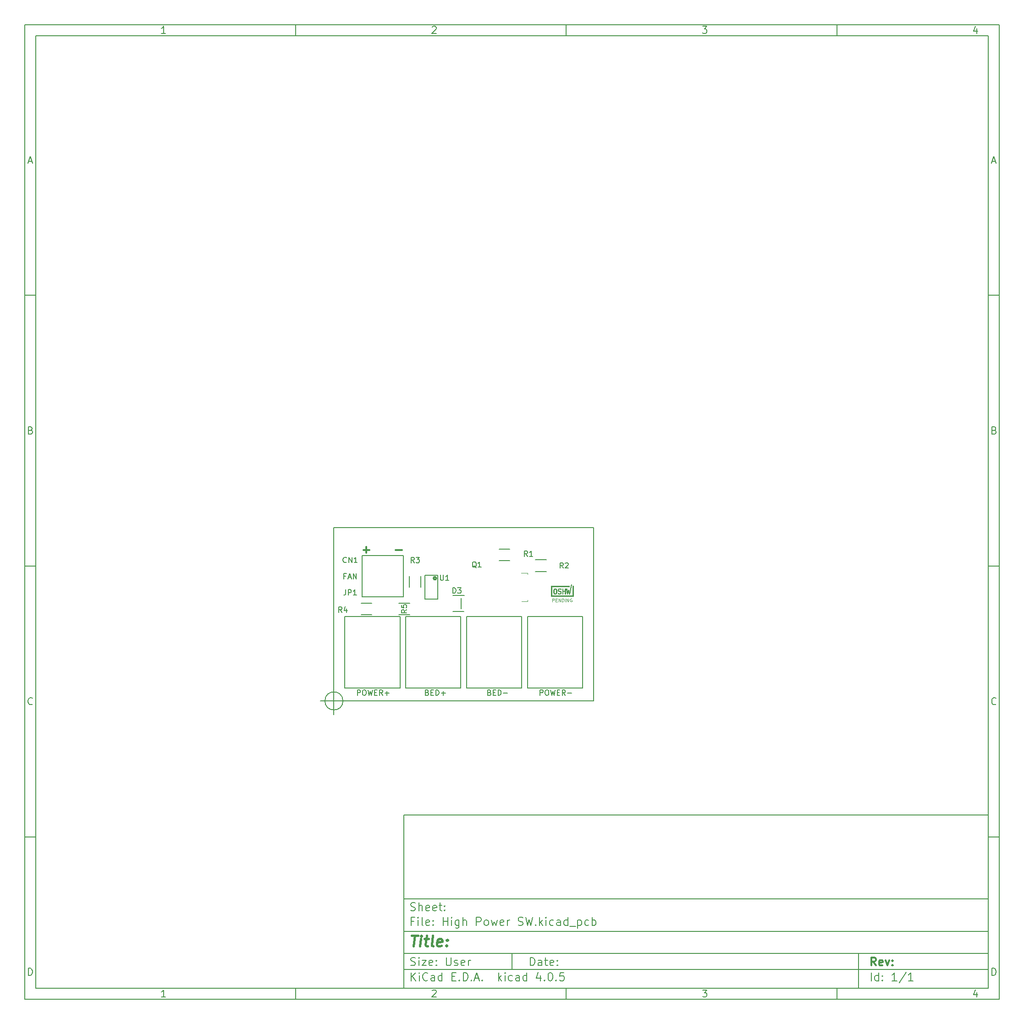
<source format=gbr>
G04 #@! TF.FileFunction,Legend,Top*
%FSLAX46Y46*%
G04 Gerber Fmt 4.6, Leading zero omitted, Abs format (unit mm)*
G04 Created by KiCad (PCBNEW 4.0.5) date 02/13/17 16:09:42*
%MOMM*%
%LPD*%
G01*
G04 APERTURE LIST*
%ADD10C,0.100000*%
%ADD11C,0.150000*%
%ADD12C,0.300000*%
%ADD13C,0.400000*%
%ADD14C,0.120000*%
%ADD15C,0.002540*%
%ADD16C,0.080000*%
G04 APERTURE END LIST*
D10*
D11*
X79999600Y-155999600D02*
X79999600Y-187999600D01*
X187999600Y-187999600D01*
X187999600Y-155999600D01*
X79999600Y-155999600D01*
D10*
D11*
X10000000Y-10000000D02*
X10000000Y-189999600D01*
X189999600Y-189999600D01*
X189999600Y-10000000D01*
X10000000Y-10000000D01*
D10*
D11*
X12000000Y-12000000D02*
X12000000Y-187999600D01*
X187999600Y-187999600D01*
X187999600Y-12000000D01*
X12000000Y-12000000D01*
D10*
D11*
X60000000Y-12000000D02*
X60000000Y-10000000D01*
D10*
D11*
X110000000Y-12000000D02*
X110000000Y-10000000D01*
D10*
D11*
X160000000Y-12000000D02*
X160000000Y-10000000D01*
D10*
D11*
X35990476Y-11588095D02*
X35247619Y-11588095D01*
X35619048Y-11588095D02*
X35619048Y-10288095D01*
X35495238Y-10473810D01*
X35371429Y-10597619D01*
X35247619Y-10659524D01*
D10*
D11*
X85247619Y-10411905D02*
X85309524Y-10350000D01*
X85433333Y-10288095D01*
X85742857Y-10288095D01*
X85866667Y-10350000D01*
X85928571Y-10411905D01*
X85990476Y-10535714D01*
X85990476Y-10659524D01*
X85928571Y-10845238D01*
X85185714Y-11588095D01*
X85990476Y-11588095D01*
D10*
D11*
X135185714Y-10288095D02*
X135990476Y-10288095D01*
X135557143Y-10783333D01*
X135742857Y-10783333D01*
X135866667Y-10845238D01*
X135928571Y-10907143D01*
X135990476Y-11030952D01*
X135990476Y-11340476D01*
X135928571Y-11464286D01*
X135866667Y-11526190D01*
X135742857Y-11588095D01*
X135371429Y-11588095D01*
X135247619Y-11526190D01*
X135185714Y-11464286D01*
D10*
D11*
X185866667Y-10721429D02*
X185866667Y-11588095D01*
X185557143Y-10226190D02*
X185247619Y-11154762D01*
X186052381Y-11154762D01*
D10*
D11*
X60000000Y-187999600D02*
X60000000Y-189999600D01*
D10*
D11*
X110000000Y-187999600D02*
X110000000Y-189999600D01*
D10*
D11*
X160000000Y-187999600D02*
X160000000Y-189999600D01*
D10*
D11*
X35990476Y-189587695D02*
X35247619Y-189587695D01*
X35619048Y-189587695D02*
X35619048Y-188287695D01*
X35495238Y-188473410D01*
X35371429Y-188597219D01*
X35247619Y-188659124D01*
D10*
D11*
X85247619Y-188411505D02*
X85309524Y-188349600D01*
X85433333Y-188287695D01*
X85742857Y-188287695D01*
X85866667Y-188349600D01*
X85928571Y-188411505D01*
X85990476Y-188535314D01*
X85990476Y-188659124D01*
X85928571Y-188844838D01*
X85185714Y-189587695D01*
X85990476Y-189587695D01*
D10*
D11*
X135185714Y-188287695D02*
X135990476Y-188287695D01*
X135557143Y-188782933D01*
X135742857Y-188782933D01*
X135866667Y-188844838D01*
X135928571Y-188906743D01*
X135990476Y-189030552D01*
X135990476Y-189340076D01*
X135928571Y-189463886D01*
X135866667Y-189525790D01*
X135742857Y-189587695D01*
X135371429Y-189587695D01*
X135247619Y-189525790D01*
X135185714Y-189463886D01*
D10*
D11*
X185866667Y-188721029D02*
X185866667Y-189587695D01*
X185557143Y-188225790D02*
X185247619Y-189154362D01*
X186052381Y-189154362D01*
D10*
D11*
X10000000Y-60000000D02*
X12000000Y-60000000D01*
D10*
D11*
X10000000Y-110000000D02*
X12000000Y-110000000D01*
D10*
D11*
X10000000Y-160000000D02*
X12000000Y-160000000D01*
D10*
D11*
X10690476Y-35216667D02*
X11309524Y-35216667D01*
X10566667Y-35588095D02*
X11000000Y-34288095D01*
X11433333Y-35588095D01*
D10*
D11*
X11092857Y-84907143D02*
X11278571Y-84969048D01*
X11340476Y-85030952D01*
X11402381Y-85154762D01*
X11402381Y-85340476D01*
X11340476Y-85464286D01*
X11278571Y-85526190D01*
X11154762Y-85588095D01*
X10659524Y-85588095D01*
X10659524Y-84288095D01*
X11092857Y-84288095D01*
X11216667Y-84350000D01*
X11278571Y-84411905D01*
X11340476Y-84535714D01*
X11340476Y-84659524D01*
X11278571Y-84783333D01*
X11216667Y-84845238D01*
X11092857Y-84907143D01*
X10659524Y-84907143D01*
D10*
D11*
X11402381Y-135464286D02*
X11340476Y-135526190D01*
X11154762Y-135588095D01*
X11030952Y-135588095D01*
X10845238Y-135526190D01*
X10721429Y-135402381D01*
X10659524Y-135278571D01*
X10597619Y-135030952D01*
X10597619Y-134845238D01*
X10659524Y-134597619D01*
X10721429Y-134473810D01*
X10845238Y-134350000D01*
X11030952Y-134288095D01*
X11154762Y-134288095D01*
X11340476Y-134350000D01*
X11402381Y-134411905D01*
D10*
D11*
X10659524Y-185588095D02*
X10659524Y-184288095D01*
X10969048Y-184288095D01*
X11154762Y-184350000D01*
X11278571Y-184473810D01*
X11340476Y-184597619D01*
X11402381Y-184845238D01*
X11402381Y-185030952D01*
X11340476Y-185278571D01*
X11278571Y-185402381D01*
X11154762Y-185526190D01*
X10969048Y-185588095D01*
X10659524Y-185588095D01*
D10*
D11*
X189999600Y-60000000D02*
X187999600Y-60000000D01*
D10*
D11*
X189999600Y-110000000D02*
X187999600Y-110000000D01*
D10*
D11*
X189999600Y-160000000D02*
X187999600Y-160000000D01*
D10*
D11*
X188690076Y-35216667D02*
X189309124Y-35216667D01*
X188566267Y-35588095D02*
X188999600Y-34288095D01*
X189432933Y-35588095D01*
D10*
D11*
X189092457Y-84907143D02*
X189278171Y-84969048D01*
X189340076Y-85030952D01*
X189401981Y-85154762D01*
X189401981Y-85340476D01*
X189340076Y-85464286D01*
X189278171Y-85526190D01*
X189154362Y-85588095D01*
X188659124Y-85588095D01*
X188659124Y-84288095D01*
X189092457Y-84288095D01*
X189216267Y-84350000D01*
X189278171Y-84411905D01*
X189340076Y-84535714D01*
X189340076Y-84659524D01*
X189278171Y-84783333D01*
X189216267Y-84845238D01*
X189092457Y-84907143D01*
X188659124Y-84907143D01*
D10*
D11*
X189401981Y-135464286D02*
X189340076Y-135526190D01*
X189154362Y-135588095D01*
X189030552Y-135588095D01*
X188844838Y-135526190D01*
X188721029Y-135402381D01*
X188659124Y-135278571D01*
X188597219Y-135030952D01*
X188597219Y-134845238D01*
X188659124Y-134597619D01*
X188721029Y-134473810D01*
X188844838Y-134350000D01*
X189030552Y-134288095D01*
X189154362Y-134288095D01*
X189340076Y-134350000D01*
X189401981Y-134411905D01*
D10*
D11*
X188659124Y-185588095D02*
X188659124Y-184288095D01*
X188968648Y-184288095D01*
X189154362Y-184350000D01*
X189278171Y-184473810D01*
X189340076Y-184597619D01*
X189401981Y-184845238D01*
X189401981Y-185030952D01*
X189340076Y-185278571D01*
X189278171Y-185402381D01*
X189154362Y-185526190D01*
X188968648Y-185588095D01*
X188659124Y-185588095D01*
D10*
D11*
X103356743Y-183778171D02*
X103356743Y-182278171D01*
X103713886Y-182278171D01*
X103928171Y-182349600D01*
X104071029Y-182492457D01*
X104142457Y-182635314D01*
X104213886Y-182921029D01*
X104213886Y-183135314D01*
X104142457Y-183421029D01*
X104071029Y-183563886D01*
X103928171Y-183706743D01*
X103713886Y-183778171D01*
X103356743Y-183778171D01*
X105499600Y-183778171D02*
X105499600Y-182992457D01*
X105428171Y-182849600D01*
X105285314Y-182778171D01*
X104999600Y-182778171D01*
X104856743Y-182849600D01*
X105499600Y-183706743D02*
X105356743Y-183778171D01*
X104999600Y-183778171D01*
X104856743Y-183706743D01*
X104785314Y-183563886D01*
X104785314Y-183421029D01*
X104856743Y-183278171D01*
X104999600Y-183206743D01*
X105356743Y-183206743D01*
X105499600Y-183135314D01*
X105999600Y-182778171D02*
X106571029Y-182778171D01*
X106213886Y-182278171D02*
X106213886Y-183563886D01*
X106285314Y-183706743D01*
X106428172Y-183778171D01*
X106571029Y-183778171D01*
X107642457Y-183706743D02*
X107499600Y-183778171D01*
X107213886Y-183778171D01*
X107071029Y-183706743D01*
X106999600Y-183563886D01*
X106999600Y-182992457D01*
X107071029Y-182849600D01*
X107213886Y-182778171D01*
X107499600Y-182778171D01*
X107642457Y-182849600D01*
X107713886Y-182992457D01*
X107713886Y-183135314D01*
X106999600Y-183278171D01*
X108356743Y-183635314D02*
X108428171Y-183706743D01*
X108356743Y-183778171D01*
X108285314Y-183706743D01*
X108356743Y-183635314D01*
X108356743Y-183778171D01*
X108356743Y-182849600D02*
X108428171Y-182921029D01*
X108356743Y-182992457D01*
X108285314Y-182921029D01*
X108356743Y-182849600D01*
X108356743Y-182992457D01*
D10*
D11*
X79999600Y-184499600D02*
X187999600Y-184499600D01*
D10*
D11*
X81356743Y-186578171D02*
X81356743Y-185078171D01*
X82213886Y-186578171D02*
X81571029Y-185721029D01*
X82213886Y-185078171D02*
X81356743Y-185935314D01*
X82856743Y-186578171D02*
X82856743Y-185578171D01*
X82856743Y-185078171D02*
X82785314Y-185149600D01*
X82856743Y-185221029D01*
X82928171Y-185149600D01*
X82856743Y-185078171D01*
X82856743Y-185221029D01*
X84428172Y-186435314D02*
X84356743Y-186506743D01*
X84142457Y-186578171D01*
X83999600Y-186578171D01*
X83785315Y-186506743D01*
X83642457Y-186363886D01*
X83571029Y-186221029D01*
X83499600Y-185935314D01*
X83499600Y-185721029D01*
X83571029Y-185435314D01*
X83642457Y-185292457D01*
X83785315Y-185149600D01*
X83999600Y-185078171D01*
X84142457Y-185078171D01*
X84356743Y-185149600D01*
X84428172Y-185221029D01*
X85713886Y-186578171D02*
X85713886Y-185792457D01*
X85642457Y-185649600D01*
X85499600Y-185578171D01*
X85213886Y-185578171D01*
X85071029Y-185649600D01*
X85713886Y-186506743D02*
X85571029Y-186578171D01*
X85213886Y-186578171D01*
X85071029Y-186506743D01*
X84999600Y-186363886D01*
X84999600Y-186221029D01*
X85071029Y-186078171D01*
X85213886Y-186006743D01*
X85571029Y-186006743D01*
X85713886Y-185935314D01*
X87071029Y-186578171D02*
X87071029Y-185078171D01*
X87071029Y-186506743D02*
X86928172Y-186578171D01*
X86642458Y-186578171D01*
X86499600Y-186506743D01*
X86428172Y-186435314D01*
X86356743Y-186292457D01*
X86356743Y-185863886D01*
X86428172Y-185721029D01*
X86499600Y-185649600D01*
X86642458Y-185578171D01*
X86928172Y-185578171D01*
X87071029Y-185649600D01*
X88928172Y-185792457D02*
X89428172Y-185792457D01*
X89642458Y-186578171D02*
X88928172Y-186578171D01*
X88928172Y-185078171D01*
X89642458Y-185078171D01*
X90285315Y-186435314D02*
X90356743Y-186506743D01*
X90285315Y-186578171D01*
X90213886Y-186506743D01*
X90285315Y-186435314D01*
X90285315Y-186578171D01*
X90999601Y-186578171D02*
X90999601Y-185078171D01*
X91356744Y-185078171D01*
X91571029Y-185149600D01*
X91713887Y-185292457D01*
X91785315Y-185435314D01*
X91856744Y-185721029D01*
X91856744Y-185935314D01*
X91785315Y-186221029D01*
X91713887Y-186363886D01*
X91571029Y-186506743D01*
X91356744Y-186578171D01*
X90999601Y-186578171D01*
X92499601Y-186435314D02*
X92571029Y-186506743D01*
X92499601Y-186578171D01*
X92428172Y-186506743D01*
X92499601Y-186435314D01*
X92499601Y-186578171D01*
X93142458Y-186149600D02*
X93856744Y-186149600D01*
X92999601Y-186578171D02*
X93499601Y-185078171D01*
X93999601Y-186578171D01*
X94499601Y-186435314D02*
X94571029Y-186506743D01*
X94499601Y-186578171D01*
X94428172Y-186506743D01*
X94499601Y-186435314D01*
X94499601Y-186578171D01*
X97499601Y-186578171D02*
X97499601Y-185078171D01*
X97642458Y-186006743D02*
X98071029Y-186578171D01*
X98071029Y-185578171D02*
X97499601Y-186149600D01*
X98713887Y-186578171D02*
X98713887Y-185578171D01*
X98713887Y-185078171D02*
X98642458Y-185149600D01*
X98713887Y-185221029D01*
X98785315Y-185149600D01*
X98713887Y-185078171D01*
X98713887Y-185221029D01*
X100071030Y-186506743D02*
X99928173Y-186578171D01*
X99642459Y-186578171D01*
X99499601Y-186506743D01*
X99428173Y-186435314D01*
X99356744Y-186292457D01*
X99356744Y-185863886D01*
X99428173Y-185721029D01*
X99499601Y-185649600D01*
X99642459Y-185578171D01*
X99928173Y-185578171D01*
X100071030Y-185649600D01*
X101356744Y-186578171D02*
X101356744Y-185792457D01*
X101285315Y-185649600D01*
X101142458Y-185578171D01*
X100856744Y-185578171D01*
X100713887Y-185649600D01*
X101356744Y-186506743D02*
X101213887Y-186578171D01*
X100856744Y-186578171D01*
X100713887Y-186506743D01*
X100642458Y-186363886D01*
X100642458Y-186221029D01*
X100713887Y-186078171D01*
X100856744Y-186006743D01*
X101213887Y-186006743D01*
X101356744Y-185935314D01*
X102713887Y-186578171D02*
X102713887Y-185078171D01*
X102713887Y-186506743D02*
X102571030Y-186578171D01*
X102285316Y-186578171D01*
X102142458Y-186506743D01*
X102071030Y-186435314D01*
X101999601Y-186292457D01*
X101999601Y-185863886D01*
X102071030Y-185721029D01*
X102142458Y-185649600D01*
X102285316Y-185578171D01*
X102571030Y-185578171D01*
X102713887Y-185649600D01*
X105213887Y-185578171D02*
X105213887Y-186578171D01*
X104856744Y-185006743D02*
X104499601Y-186078171D01*
X105428173Y-186078171D01*
X105999601Y-186435314D02*
X106071029Y-186506743D01*
X105999601Y-186578171D01*
X105928172Y-186506743D01*
X105999601Y-186435314D01*
X105999601Y-186578171D01*
X106999601Y-185078171D02*
X107142458Y-185078171D01*
X107285315Y-185149600D01*
X107356744Y-185221029D01*
X107428173Y-185363886D01*
X107499601Y-185649600D01*
X107499601Y-186006743D01*
X107428173Y-186292457D01*
X107356744Y-186435314D01*
X107285315Y-186506743D01*
X107142458Y-186578171D01*
X106999601Y-186578171D01*
X106856744Y-186506743D01*
X106785315Y-186435314D01*
X106713887Y-186292457D01*
X106642458Y-186006743D01*
X106642458Y-185649600D01*
X106713887Y-185363886D01*
X106785315Y-185221029D01*
X106856744Y-185149600D01*
X106999601Y-185078171D01*
X108142458Y-186435314D02*
X108213886Y-186506743D01*
X108142458Y-186578171D01*
X108071029Y-186506743D01*
X108142458Y-186435314D01*
X108142458Y-186578171D01*
X109571030Y-185078171D02*
X108856744Y-185078171D01*
X108785315Y-185792457D01*
X108856744Y-185721029D01*
X108999601Y-185649600D01*
X109356744Y-185649600D01*
X109499601Y-185721029D01*
X109571030Y-185792457D01*
X109642458Y-185935314D01*
X109642458Y-186292457D01*
X109571030Y-186435314D01*
X109499601Y-186506743D01*
X109356744Y-186578171D01*
X108999601Y-186578171D01*
X108856744Y-186506743D01*
X108785315Y-186435314D01*
D10*
D11*
X79999600Y-181499600D02*
X187999600Y-181499600D01*
D10*
D12*
X167213886Y-183778171D02*
X166713886Y-183063886D01*
X166356743Y-183778171D02*
X166356743Y-182278171D01*
X166928171Y-182278171D01*
X167071029Y-182349600D01*
X167142457Y-182421029D01*
X167213886Y-182563886D01*
X167213886Y-182778171D01*
X167142457Y-182921029D01*
X167071029Y-182992457D01*
X166928171Y-183063886D01*
X166356743Y-183063886D01*
X168428171Y-183706743D02*
X168285314Y-183778171D01*
X167999600Y-183778171D01*
X167856743Y-183706743D01*
X167785314Y-183563886D01*
X167785314Y-182992457D01*
X167856743Y-182849600D01*
X167999600Y-182778171D01*
X168285314Y-182778171D01*
X168428171Y-182849600D01*
X168499600Y-182992457D01*
X168499600Y-183135314D01*
X167785314Y-183278171D01*
X168999600Y-182778171D02*
X169356743Y-183778171D01*
X169713885Y-182778171D01*
X170285314Y-183635314D02*
X170356742Y-183706743D01*
X170285314Y-183778171D01*
X170213885Y-183706743D01*
X170285314Y-183635314D01*
X170285314Y-183778171D01*
X170285314Y-182849600D02*
X170356742Y-182921029D01*
X170285314Y-182992457D01*
X170213885Y-182921029D01*
X170285314Y-182849600D01*
X170285314Y-182992457D01*
D10*
D11*
X81285314Y-183706743D02*
X81499600Y-183778171D01*
X81856743Y-183778171D01*
X81999600Y-183706743D01*
X82071029Y-183635314D01*
X82142457Y-183492457D01*
X82142457Y-183349600D01*
X82071029Y-183206743D01*
X81999600Y-183135314D01*
X81856743Y-183063886D01*
X81571029Y-182992457D01*
X81428171Y-182921029D01*
X81356743Y-182849600D01*
X81285314Y-182706743D01*
X81285314Y-182563886D01*
X81356743Y-182421029D01*
X81428171Y-182349600D01*
X81571029Y-182278171D01*
X81928171Y-182278171D01*
X82142457Y-182349600D01*
X82785314Y-183778171D02*
X82785314Y-182778171D01*
X82785314Y-182278171D02*
X82713885Y-182349600D01*
X82785314Y-182421029D01*
X82856742Y-182349600D01*
X82785314Y-182278171D01*
X82785314Y-182421029D01*
X83356743Y-182778171D02*
X84142457Y-182778171D01*
X83356743Y-183778171D01*
X84142457Y-183778171D01*
X85285314Y-183706743D02*
X85142457Y-183778171D01*
X84856743Y-183778171D01*
X84713886Y-183706743D01*
X84642457Y-183563886D01*
X84642457Y-182992457D01*
X84713886Y-182849600D01*
X84856743Y-182778171D01*
X85142457Y-182778171D01*
X85285314Y-182849600D01*
X85356743Y-182992457D01*
X85356743Y-183135314D01*
X84642457Y-183278171D01*
X85999600Y-183635314D02*
X86071028Y-183706743D01*
X85999600Y-183778171D01*
X85928171Y-183706743D01*
X85999600Y-183635314D01*
X85999600Y-183778171D01*
X85999600Y-182849600D02*
X86071028Y-182921029D01*
X85999600Y-182992457D01*
X85928171Y-182921029D01*
X85999600Y-182849600D01*
X85999600Y-182992457D01*
X87856743Y-182278171D02*
X87856743Y-183492457D01*
X87928171Y-183635314D01*
X87999600Y-183706743D01*
X88142457Y-183778171D01*
X88428171Y-183778171D01*
X88571029Y-183706743D01*
X88642457Y-183635314D01*
X88713886Y-183492457D01*
X88713886Y-182278171D01*
X89356743Y-183706743D02*
X89499600Y-183778171D01*
X89785315Y-183778171D01*
X89928172Y-183706743D01*
X89999600Y-183563886D01*
X89999600Y-183492457D01*
X89928172Y-183349600D01*
X89785315Y-183278171D01*
X89571029Y-183278171D01*
X89428172Y-183206743D01*
X89356743Y-183063886D01*
X89356743Y-182992457D01*
X89428172Y-182849600D01*
X89571029Y-182778171D01*
X89785315Y-182778171D01*
X89928172Y-182849600D01*
X91213886Y-183706743D02*
X91071029Y-183778171D01*
X90785315Y-183778171D01*
X90642458Y-183706743D01*
X90571029Y-183563886D01*
X90571029Y-182992457D01*
X90642458Y-182849600D01*
X90785315Y-182778171D01*
X91071029Y-182778171D01*
X91213886Y-182849600D01*
X91285315Y-182992457D01*
X91285315Y-183135314D01*
X90571029Y-183278171D01*
X91928172Y-183778171D02*
X91928172Y-182778171D01*
X91928172Y-183063886D02*
X91999600Y-182921029D01*
X92071029Y-182849600D01*
X92213886Y-182778171D01*
X92356743Y-182778171D01*
D10*
D11*
X166356743Y-186578171D02*
X166356743Y-185078171D01*
X167713886Y-186578171D02*
X167713886Y-185078171D01*
X167713886Y-186506743D02*
X167571029Y-186578171D01*
X167285315Y-186578171D01*
X167142457Y-186506743D01*
X167071029Y-186435314D01*
X166999600Y-186292457D01*
X166999600Y-185863886D01*
X167071029Y-185721029D01*
X167142457Y-185649600D01*
X167285315Y-185578171D01*
X167571029Y-185578171D01*
X167713886Y-185649600D01*
X168428172Y-186435314D02*
X168499600Y-186506743D01*
X168428172Y-186578171D01*
X168356743Y-186506743D01*
X168428172Y-186435314D01*
X168428172Y-186578171D01*
X168428172Y-185649600D02*
X168499600Y-185721029D01*
X168428172Y-185792457D01*
X168356743Y-185721029D01*
X168428172Y-185649600D01*
X168428172Y-185792457D01*
X171071029Y-186578171D02*
X170213886Y-186578171D01*
X170642458Y-186578171D02*
X170642458Y-185078171D01*
X170499601Y-185292457D01*
X170356743Y-185435314D01*
X170213886Y-185506743D01*
X172785314Y-185006743D02*
X171499600Y-186935314D01*
X174071029Y-186578171D02*
X173213886Y-186578171D01*
X173642458Y-186578171D02*
X173642458Y-185078171D01*
X173499601Y-185292457D01*
X173356743Y-185435314D01*
X173213886Y-185506743D01*
D10*
D11*
X79999600Y-177499600D02*
X187999600Y-177499600D01*
D10*
D13*
X81451981Y-178204362D02*
X82594838Y-178204362D01*
X81773410Y-180204362D02*
X82023410Y-178204362D01*
X83011505Y-180204362D02*
X83178171Y-178871029D01*
X83261505Y-178204362D02*
X83154362Y-178299600D01*
X83237695Y-178394838D01*
X83344839Y-178299600D01*
X83261505Y-178204362D01*
X83237695Y-178394838D01*
X83844838Y-178871029D02*
X84606743Y-178871029D01*
X84213886Y-178204362D02*
X83999600Y-179918648D01*
X84071030Y-180109124D01*
X84249601Y-180204362D01*
X84440077Y-180204362D01*
X85392458Y-180204362D02*
X85213887Y-180109124D01*
X85142457Y-179918648D01*
X85356743Y-178204362D01*
X86928172Y-180109124D02*
X86725791Y-180204362D01*
X86344839Y-180204362D01*
X86166267Y-180109124D01*
X86094838Y-179918648D01*
X86190076Y-179156743D01*
X86309124Y-178966267D01*
X86511505Y-178871029D01*
X86892457Y-178871029D01*
X87071029Y-178966267D01*
X87142457Y-179156743D01*
X87118648Y-179347219D01*
X86142457Y-179537695D01*
X87892457Y-180013886D02*
X87975792Y-180109124D01*
X87868648Y-180204362D01*
X87785315Y-180109124D01*
X87892457Y-180013886D01*
X87868648Y-180204362D01*
X88023410Y-178966267D02*
X88106744Y-179061505D01*
X87999600Y-179156743D01*
X87916267Y-179061505D01*
X88023410Y-178966267D01*
X87999600Y-179156743D01*
D10*
D11*
X81856743Y-175592457D02*
X81356743Y-175592457D01*
X81356743Y-176378171D02*
X81356743Y-174878171D01*
X82071029Y-174878171D01*
X82642457Y-176378171D02*
X82642457Y-175378171D01*
X82642457Y-174878171D02*
X82571028Y-174949600D01*
X82642457Y-175021029D01*
X82713885Y-174949600D01*
X82642457Y-174878171D01*
X82642457Y-175021029D01*
X83571029Y-176378171D02*
X83428171Y-176306743D01*
X83356743Y-176163886D01*
X83356743Y-174878171D01*
X84713885Y-176306743D02*
X84571028Y-176378171D01*
X84285314Y-176378171D01*
X84142457Y-176306743D01*
X84071028Y-176163886D01*
X84071028Y-175592457D01*
X84142457Y-175449600D01*
X84285314Y-175378171D01*
X84571028Y-175378171D01*
X84713885Y-175449600D01*
X84785314Y-175592457D01*
X84785314Y-175735314D01*
X84071028Y-175878171D01*
X85428171Y-176235314D02*
X85499599Y-176306743D01*
X85428171Y-176378171D01*
X85356742Y-176306743D01*
X85428171Y-176235314D01*
X85428171Y-176378171D01*
X85428171Y-175449600D02*
X85499599Y-175521029D01*
X85428171Y-175592457D01*
X85356742Y-175521029D01*
X85428171Y-175449600D01*
X85428171Y-175592457D01*
X87285314Y-176378171D02*
X87285314Y-174878171D01*
X87285314Y-175592457D02*
X88142457Y-175592457D01*
X88142457Y-176378171D02*
X88142457Y-174878171D01*
X88856743Y-176378171D02*
X88856743Y-175378171D01*
X88856743Y-174878171D02*
X88785314Y-174949600D01*
X88856743Y-175021029D01*
X88928171Y-174949600D01*
X88856743Y-174878171D01*
X88856743Y-175021029D01*
X90213886Y-175378171D02*
X90213886Y-176592457D01*
X90142457Y-176735314D01*
X90071029Y-176806743D01*
X89928172Y-176878171D01*
X89713886Y-176878171D01*
X89571029Y-176806743D01*
X90213886Y-176306743D02*
X90071029Y-176378171D01*
X89785315Y-176378171D01*
X89642457Y-176306743D01*
X89571029Y-176235314D01*
X89499600Y-176092457D01*
X89499600Y-175663886D01*
X89571029Y-175521029D01*
X89642457Y-175449600D01*
X89785315Y-175378171D01*
X90071029Y-175378171D01*
X90213886Y-175449600D01*
X90928172Y-176378171D02*
X90928172Y-174878171D01*
X91571029Y-176378171D02*
X91571029Y-175592457D01*
X91499600Y-175449600D01*
X91356743Y-175378171D01*
X91142458Y-175378171D01*
X90999600Y-175449600D01*
X90928172Y-175521029D01*
X93428172Y-176378171D02*
X93428172Y-174878171D01*
X93999600Y-174878171D01*
X94142458Y-174949600D01*
X94213886Y-175021029D01*
X94285315Y-175163886D01*
X94285315Y-175378171D01*
X94213886Y-175521029D01*
X94142458Y-175592457D01*
X93999600Y-175663886D01*
X93428172Y-175663886D01*
X95142458Y-176378171D02*
X94999600Y-176306743D01*
X94928172Y-176235314D01*
X94856743Y-176092457D01*
X94856743Y-175663886D01*
X94928172Y-175521029D01*
X94999600Y-175449600D01*
X95142458Y-175378171D01*
X95356743Y-175378171D01*
X95499600Y-175449600D01*
X95571029Y-175521029D01*
X95642458Y-175663886D01*
X95642458Y-176092457D01*
X95571029Y-176235314D01*
X95499600Y-176306743D01*
X95356743Y-176378171D01*
X95142458Y-176378171D01*
X96142458Y-175378171D02*
X96428172Y-176378171D01*
X96713886Y-175663886D01*
X96999601Y-176378171D01*
X97285315Y-175378171D01*
X98428172Y-176306743D02*
X98285315Y-176378171D01*
X97999601Y-176378171D01*
X97856744Y-176306743D01*
X97785315Y-176163886D01*
X97785315Y-175592457D01*
X97856744Y-175449600D01*
X97999601Y-175378171D01*
X98285315Y-175378171D01*
X98428172Y-175449600D01*
X98499601Y-175592457D01*
X98499601Y-175735314D01*
X97785315Y-175878171D01*
X99142458Y-176378171D02*
X99142458Y-175378171D01*
X99142458Y-175663886D02*
X99213886Y-175521029D01*
X99285315Y-175449600D01*
X99428172Y-175378171D01*
X99571029Y-175378171D01*
X101142457Y-176306743D02*
X101356743Y-176378171D01*
X101713886Y-176378171D01*
X101856743Y-176306743D01*
X101928172Y-176235314D01*
X101999600Y-176092457D01*
X101999600Y-175949600D01*
X101928172Y-175806743D01*
X101856743Y-175735314D01*
X101713886Y-175663886D01*
X101428172Y-175592457D01*
X101285314Y-175521029D01*
X101213886Y-175449600D01*
X101142457Y-175306743D01*
X101142457Y-175163886D01*
X101213886Y-175021029D01*
X101285314Y-174949600D01*
X101428172Y-174878171D01*
X101785314Y-174878171D01*
X101999600Y-174949600D01*
X102499600Y-174878171D02*
X102856743Y-176378171D01*
X103142457Y-175306743D01*
X103428171Y-176378171D01*
X103785314Y-174878171D01*
X104356743Y-176235314D02*
X104428171Y-176306743D01*
X104356743Y-176378171D01*
X104285314Y-176306743D01*
X104356743Y-176235314D01*
X104356743Y-176378171D01*
X105071029Y-176378171D02*
X105071029Y-174878171D01*
X105213886Y-175806743D02*
X105642457Y-176378171D01*
X105642457Y-175378171D02*
X105071029Y-175949600D01*
X106285315Y-176378171D02*
X106285315Y-175378171D01*
X106285315Y-174878171D02*
X106213886Y-174949600D01*
X106285315Y-175021029D01*
X106356743Y-174949600D01*
X106285315Y-174878171D01*
X106285315Y-175021029D01*
X107642458Y-176306743D02*
X107499601Y-176378171D01*
X107213887Y-176378171D01*
X107071029Y-176306743D01*
X106999601Y-176235314D01*
X106928172Y-176092457D01*
X106928172Y-175663886D01*
X106999601Y-175521029D01*
X107071029Y-175449600D01*
X107213887Y-175378171D01*
X107499601Y-175378171D01*
X107642458Y-175449600D01*
X108928172Y-176378171D02*
X108928172Y-175592457D01*
X108856743Y-175449600D01*
X108713886Y-175378171D01*
X108428172Y-175378171D01*
X108285315Y-175449600D01*
X108928172Y-176306743D02*
X108785315Y-176378171D01*
X108428172Y-176378171D01*
X108285315Y-176306743D01*
X108213886Y-176163886D01*
X108213886Y-176021029D01*
X108285315Y-175878171D01*
X108428172Y-175806743D01*
X108785315Y-175806743D01*
X108928172Y-175735314D01*
X110285315Y-176378171D02*
X110285315Y-174878171D01*
X110285315Y-176306743D02*
X110142458Y-176378171D01*
X109856744Y-176378171D01*
X109713886Y-176306743D01*
X109642458Y-176235314D01*
X109571029Y-176092457D01*
X109571029Y-175663886D01*
X109642458Y-175521029D01*
X109713886Y-175449600D01*
X109856744Y-175378171D01*
X110142458Y-175378171D01*
X110285315Y-175449600D01*
X110642458Y-176521029D02*
X111785315Y-176521029D01*
X112142458Y-175378171D02*
X112142458Y-176878171D01*
X112142458Y-175449600D02*
X112285315Y-175378171D01*
X112571029Y-175378171D01*
X112713886Y-175449600D01*
X112785315Y-175521029D01*
X112856744Y-175663886D01*
X112856744Y-176092457D01*
X112785315Y-176235314D01*
X112713886Y-176306743D01*
X112571029Y-176378171D01*
X112285315Y-176378171D01*
X112142458Y-176306743D01*
X114142458Y-176306743D02*
X113999601Y-176378171D01*
X113713887Y-176378171D01*
X113571029Y-176306743D01*
X113499601Y-176235314D01*
X113428172Y-176092457D01*
X113428172Y-175663886D01*
X113499601Y-175521029D01*
X113571029Y-175449600D01*
X113713887Y-175378171D01*
X113999601Y-175378171D01*
X114142458Y-175449600D01*
X114785315Y-176378171D02*
X114785315Y-174878171D01*
X114785315Y-175449600D02*
X114928172Y-175378171D01*
X115213886Y-175378171D01*
X115356743Y-175449600D01*
X115428172Y-175521029D01*
X115499601Y-175663886D01*
X115499601Y-176092457D01*
X115428172Y-176235314D01*
X115356743Y-176306743D01*
X115213886Y-176378171D01*
X114928172Y-176378171D01*
X114785315Y-176306743D01*
D10*
D11*
X79999600Y-171499600D02*
X187999600Y-171499600D01*
D10*
D11*
X81285314Y-173606743D02*
X81499600Y-173678171D01*
X81856743Y-173678171D01*
X81999600Y-173606743D01*
X82071029Y-173535314D01*
X82142457Y-173392457D01*
X82142457Y-173249600D01*
X82071029Y-173106743D01*
X81999600Y-173035314D01*
X81856743Y-172963886D01*
X81571029Y-172892457D01*
X81428171Y-172821029D01*
X81356743Y-172749600D01*
X81285314Y-172606743D01*
X81285314Y-172463886D01*
X81356743Y-172321029D01*
X81428171Y-172249600D01*
X81571029Y-172178171D01*
X81928171Y-172178171D01*
X82142457Y-172249600D01*
X82785314Y-173678171D02*
X82785314Y-172178171D01*
X83428171Y-173678171D02*
X83428171Y-172892457D01*
X83356742Y-172749600D01*
X83213885Y-172678171D01*
X82999600Y-172678171D01*
X82856742Y-172749600D01*
X82785314Y-172821029D01*
X84713885Y-173606743D02*
X84571028Y-173678171D01*
X84285314Y-173678171D01*
X84142457Y-173606743D01*
X84071028Y-173463886D01*
X84071028Y-172892457D01*
X84142457Y-172749600D01*
X84285314Y-172678171D01*
X84571028Y-172678171D01*
X84713885Y-172749600D01*
X84785314Y-172892457D01*
X84785314Y-173035314D01*
X84071028Y-173178171D01*
X85999599Y-173606743D02*
X85856742Y-173678171D01*
X85571028Y-173678171D01*
X85428171Y-173606743D01*
X85356742Y-173463886D01*
X85356742Y-172892457D01*
X85428171Y-172749600D01*
X85571028Y-172678171D01*
X85856742Y-172678171D01*
X85999599Y-172749600D01*
X86071028Y-172892457D01*
X86071028Y-173035314D01*
X85356742Y-173178171D01*
X86499599Y-172678171D02*
X87071028Y-172678171D01*
X86713885Y-172178171D02*
X86713885Y-173463886D01*
X86785313Y-173606743D01*
X86928171Y-173678171D01*
X87071028Y-173678171D01*
X87571028Y-173535314D02*
X87642456Y-173606743D01*
X87571028Y-173678171D01*
X87499599Y-173606743D01*
X87571028Y-173535314D01*
X87571028Y-173678171D01*
X87571028Y-172749600D02*
X87642456Y-172821029D01*
X87571028Y-172892457D01*
X87499599Y-172821029D01*
X87571028Y-172749600D01*
X87571028Y-172892457D01*
D10*
D11*
X99999600Y-181499600D02*
X99999600Y-184499600D01*
D10*
D11*
X163999600Y-181499600D02*
X163999600Y-187999600D01*
X67100000Y-102900000D02*
X67100000Y-134900000D01*
X115100000Y-102900000D02*
X67100000Y-102900000D01*
X115100000Y-134900000D02*
X115100000Y-102900000D01*
X68766666Y-134900000D02*
G75*
G03X68766666Y-134900000I-1666666J0D01*
G01*
X64600000Y-134900000D02*
X69600000Y-134900000D01*
X67100000Y-132400000D02*
X67100000Y-137400000D01*
X69266667Y-114352381D02*
X69266667Y-115066667D01*
X69219047Y-115209524D01*
X69123809Y-115304762D01*
X68980952Y-115352381D01*
X68885714Y-115352381D01*
X69742857Y-115352381D02*
X69742857Y-114352381D01*
X70123810Y-114352381D01*
X70219048Y-114400000D01*
X70266667Y-114447619D01*
X70314286Y-114542857D01*
X70314286Y-114685714D01*
X70266667Y-114780952D01*
X70219048Y-114828571D01*
X70123810Y-114876190D01*
X69742857Y-114876190D01*
X71266667Y-115352381D02*
X70695238Y-115352381D01*
X70980952Y-115352381D02*
X70980952Y-114352381D01*
X70885714Y-114495238D01*
X70790476Y-114590476D01*
X70695238Y-114638095D01*
X69290477Y-111828571D02*
X68957143Y-111828571D01*
X68957143Y-112352381D02*
X68957143Y-111352381D01*
X69433334Y-111352381D01*
X69766667Y-112066667D02*
X70242858Y-112066667D01*
X69671429Y-112352381D02*
X70004762Y-111352381D01*
X70338096Y-112352381D01*
X70671429Y-112352381D02*
X70671429Y-111352381D01*
X71242858Y-112352381D01*
X71242858Y-111352381D01*
X115100000Y-134900000D02*
X67100000Y-134900000D01*
X68766666Y-134900000D02*
G75*
G03X68766666Y-134900000I-1666666J0D01*
G01*
X64600000Y-134900000D02*
X69600000Y-134900000D01*
X67100000Y-132400000D02*
X67100000Y-137400000D01*
D12*
X78528572Y-107007143D02*
X79671429Y-107007143D01*
X72528572Y-107007143D02*
X73671429Y-107007143D01*
X73100000Y-107578571D02*
X73100000Y-106435714D01*
D11*
X81100000Y-118975000D02*
X79100000Y-118975000D01*
X79100000Y-116825000D02*
X81100000Y-116825000D01*
X99600000Y-108975000D02*
X97600000Y-108975000D01*
X97600000Y-106825000D02*
X99600000Y-106825000D01*
X106350000Y-110975000D02*
X104350000Y-110975000D01*
X104350000Y-108825000D02*
X106350000Y-108825000D01*
X72100000Y-116825000D02*
X74100000Y-116825000D01*
X74100000Y-118975000D02*
X72100000Y-118975000D01*
X83900000Y-111700000D02*
X86300000Y-111700000D01*
X86300000Y-111700000D02*
X86300000Y-116100000D01*
X86300000Y-116100000D02*
X83900000Y-116100000D01*
X83900000Y-116100000D02*
X83900000Y-111700000D01*
D12*
X86000000Y-112250000D02*
G75*
G03X86000000Y-112250000I-250000J0D01*
G01*
D11*
X72290000Y-108090000D02*
X72290000Y-115710000D01*
X72290000Y-115710000D02*
X79910000Y-115710000D01*
X79910000Y-115710000D02*
X79910000Y-108090000D01*
X79910000Y-108090000D02*
X72290000Y-108090000D01*
X81025000Y-113900000D02*
X81025000Y-111900000D01*
X83175000Y-111900000D02*
X83175000Y-113900000D01*
X90600000Y-117900000D02*
X90600000Y-115900000D01*
X89100000Y-118354000D02*
X91100000Y-118354000D01*
X89100000Y-115446000D02*
X91200000Y-115446000D01*
D14*
X102910000Y-116500000D02*
X101760000Y-116500000D01*
X102910000Y-111300000D02*
X101710000Y-111300000D01*
X102900000Y-111500000D02*
X102900000Y-111300000D01*
X102900000Y-116500000D02*
X102900000Y-116300000D01*
D15*
G36*
X107167729Y-113663276D02*
X107167729Y-113747943D01*
X107167729Y-115499484D01*
X107167729Y-115584151D01*
X107252396Y-115584151D01*
X111247604Y-115584151D01*
X111332271Y-115584151D01*
X111332271Y-115499484D01*
X111332271Y-113663276D01*
X111166572Y-113663276D01*
X111162938Y-115414818D01*
X107337062Y-115414818D01*
X107337062Y-113832609D01*
X110592319Y-113832609D01*
X110592319Y-113663276D01*
X107252396Y-113663276D01*
X107167729Y-113663276D01*
X107167729Y-113663276D01*
G37*
X107167729Y-113663276D02*
X107167729Y-113747943D01*
X107167729Y-115499484D01*
X107167729Y-115584151D01*
X107252396Y-115584151D01*
X111247604Y-115584151D01*
X111332271Y-115584151D01*
X111332271Y-115499484D01*
X111332271Y-113663276D01*
X111166572Y-113663276D01*
X111162938Y-115414818D01*
X107337062Y-115414818D01*
X107337062Y-113832609D01*
X110592319Y-113832609D01*
X110592319Y-113663276D01*
X107252396Y-113663276D01*
X107167729Y-113663276D01*
G36*
X108144816Y-114644397D02*
X108284383Y-114644397D01*
X108283101Y-114706843D01*
X108279256Y-114765196D01*
X108272848Y-114819457D01*
X108263877Y-114869624D01*
X108252343Y-114915699D01*
X108238246Y-114957681D01*
X108221586Y-114995570D01*
X108202362Y-115029366D01*
X108172854Y-115068172D01*
X108138568Y-115099922D01*
X108099505Y-115124616D01*
X108055665Y-115142255D01*
X108007048Y-115152839D01*
X107953654Y-115156366D01*
X107900259Y-115152857D01*
X107851642Y-115142329D01*
X107807802Y-115124782D01*
X107768739Y-115100216D01*
X107734454Y-115068631D01*
X107704946Y-115030028D01*
X107685877Y-114996366D01*
X107669351Y-114958549D01*
X107655367Y-114916577D01*
X107643926Y-114870451D01*
X107635027Y-114820170D01*
X107628671Y-114765734D01*
X107624858Y-114707143D01*
X107623586Y-114644397D01*
X107624858Y-114581797D01*
X107628671Y-114523310D01*
X107635027Y-114468936D01*
X107643926Y-114418675D01*
X107655367Y-114372528D01*
X107669351Y-114330495D01*
X107685877Y-114292574D01*
X107704946Y-114258767D01*
X107734638Y-114219962D01*
X107769033Y-114188212D01*
X107808133Y-114163518D01*
X107851936Y-114145879D01*
X107900443Y-114135296D01*
X107953654Y-114131767D01*
X108007048Y-114135296D01*
X108055665Y-114145879D01*
X108099505Y-114163518D01*
X108138568Y-114188212D01*
X108172854Y-114219962D01*
X108202362Y-114258767D01*
X108221586Y-114292574D01*
X108238246Y-114330495D01*
X108252343Y-114372528D01*
X108263877Y-114418675D01*
X108272848Y-114468936D01*
X108279256Y-114523310D01*
X108283101Y-114581797D01*
X108284383Y-114644397D01*
X108144816Y-114644397D01*
X108143566Y-114575312D01*
X108139817Y-114513135D01*
X108133570Y-114457867D01*
X108124824Y-114409507D01*
X108113580Y-114368055D01*
X108099836Y-114333512D01*
X108074080Y-114292709D01*
X108041131Y-114263564D01*
X108000989Y-114246076D01*
X107953654Y-114240246D01*
X107906566Y-114246076D01*
X107866507Y-114263564D01*
X107833475Y-114292709D01*
X107807472Y-114333512D01*
X107793930Y-114368055D01*
X107782851Y-114409507D01*
X107774233Y-114457867D01*
X107768078Y-114513135D01*
X107764385Y-114575312D01*
X107763154Y-114644397D01*
X107764385Y-114713281D01*
X107768078Y-114775293D01*
X107774233Y-114830433D01*
X107782851Y-114878701D01*
X107793930Y-114920097D01*
X107807472Y-114954621D01*
X107833475Y-114995425D01*
X107866507Y-115024571D01*
X107906566Y-115042058D01*
X107953654Y-115047887D01*
X108000989Y-115042099D01*
X108041131Y-115024736D01*
X108074080Y-114995797D01*
X108099836Y-114955283D01*
X108113580Y-114920740D01*
X108124824Y-114879289D01*
X108133570Y-114830929D01*
X108139817Y-114775660D01*
X108143566Y-114713483D01*
X108144816Y-114644397D01*
X108144816Y-114644397D01*
G37*
X108144816Y-114644397D02*
X108284383Y-114644397D01*
X108283101Y-114706843D01*
X108279256Y-114765196D01*
X108272848Y-114819457D01*
X108263877Y-114869624D01*
X108252343Y-114915699D01*
X108238246Y-114957681D01*
X108221586Y-114995570D01*
X108202362Y-115029366D01*
X108172854Y-115068172D01*
X108138568Y-115099922D01*
X108099505Y-115124616D01*
X108055665Y-115142255D01*
X108007048Y-115152839D01*
X107953654Y-115156366D01*
X107900259Y-115152857D01*
X107851642Y-115142329D01*
X107807802Y-115124782D01*
X107768739Y-115100216D01*
X107734454Y-115068631D01*
X107704946Y-115030028D01*
X107685877Y-114996366D01*
X107669351Y-114958549D01*
X107655367Y-114916577D01*
X107643926Y-114870451D01*
X107635027Y-114820170D01*
X107628671Y-114765734D01*
X107624858Y-114707143D01*
X107623586Y-114644397D01*
X107624858Y-114581797D01*
X107628671Y-114523310D01*
X107635027Y-114468936D01*
X107643926Y-114418675D01*
X107655367Y-114372528D01*
X107669351Y-114330495D01*
X107685877Y-114292574D01*
X107704946Y-114258767D01*
X107734638Y-114219962D01*
X107769033Y-114188212D01*
X107808133Y-114163518D01*
X107851936Y-114145879D01*
X107900443Y-114135296D01*
X107953654Y-114131767D01*
X108007048Y-114135296D01*
X108055665Y-114145879D01*
X108099505Y-114163518D01*
X108138568Y-114188212D01*
X108172854Y-114219962D01*
X108202362Y-114258767D01*
X108221586Y-114292574D01*
X108238246Y-114330495D01*
X108252343Y-114372528D01*
X108263877Y-114418675D01*
X108272848Y-114468936D01*
X108279256Y-114523310D01*
X108283101Y-114581797D01*
X108284383Y-114644397D01*
X108144816Y-114644397D01*
X108143566Y-114575312D01*
X108139817Y-114513135D01*
X108133570Y-114457867D01*
X108124824Y-114409507D01*
X108113580Y-114368055D01*
X108099836Y-114333512D01*
X108074080Y-114292709D01*
X108041131Y-114263564D01*
X108000989Y-114246076D01*
X107953654Y-114240246D01*
X107906566Y-114246076D01*
X107866507Y-114263564D01*
X107833475Y-114292709D01*
X107807472Y-114333512D01*
X107793930Y-114368055D01*
X107782851Y-114409507D01*
X107774233Y-114457867D01*
X107768078Y-114513135D01*
X107764385Y-114575312D01*
X107763154Y-114644397D01*
X107764385Y-114713281D01*
X107768078Y-114775293D01*
X107774233Y-114830433D01*
X107782851Y-114878701D01*
X107793930Y-114920097D01*
X107807472Y-114954621D01*
X107833475Y-114995425D01*
X107866507Y-115024571D01*
X107906566Y-115042058D01*
X107953654Y-115047887D01*
X108000989Y-115042099D01*
X108041131Y-115024736D01*
X108074080Y-114995797D01*
X108099836Y-114955283D01*
X108113580Y-114920740D01*
X108124824Y-114879289D01*
X108133570Y-114830929D01*
X108139817Y-114775660D01*
X108143566Y-114713483D01*
X108144816Y-114644397D01*
G36*
X109030508Y-114183361D02*
X109030508Y-114318960D01*
X108989865Y-114295075D01*
X108949075Y-114275451D01*
X108908138Y-114260090D01*
X108867422Y-114249067D01*
X108826411Y-114242452D01*
X108785107Y-114240246D01*
X108726458Y-114245171D01*
X108676628Y-114259944D01*
X108635617Y-114284564D01*
X108605117Y-114317123D01*
X108586816Y-114356590D01*
X108580716Y-114402965D01*
X108589646Y-114460678D01*
X108616435Y-114502846D01*
X108647597Y-114524527D01*
X108692576Y-114543709D01*
X108751373Y-114560392D01*
X108821487Y-114576267D01*
X108874033Y-114590714D01*
X108920547Y-114608123D01*
X108961028Y-114628496D01*
X108995477Y-114651832D01*
X109023894Y-114678132D01*
X109051674Y-114716001D01*
X109071518Y-114760153D01*
X109083424Y-114810589D01*
X109087394Y-114867309D01*
X109083901Y-114920993D01*
X109073423Y-114969332D01*
X109055961Y-115012327D01*
X109031513Y-115049977D01*
X109000081Y-115082283D01*
X108961981Y-115108953D01*
X108917531Y-115129696D01*
X108866731Y-115144513D01*
X108809581Y-115153403D01*
X108746081Y-115156366D01*
X108699705Y-115154676D01*
X108653183Y-115149605D01*
X108606513Y-115141153D01*
X108559697Y-115129761D01*
X108512733Y-115114988D01*
X108465623Y-115096835D01*
X108465623Y-114954621D01*
X108515379Y-114983946D01*
X108563224Y-115007538D01*
X108609159Y-115025397D01*
X108654653Y-115037892D01*
X108700293Y-115045388D01*
X108746081Y-115047887D01*
X108793871Y-115045076D01*
X108836039Y-115036642D01*
X108872585Y-115022586D01*
X108903508Y-115002908D01*
X108934743Y-114968512D01*
X108953485Y-114926179D01*
X108959732Y-114875908D01*
X108955396Y-114830415D01*
X108942387Y-114792711D01*
X108920706Y-114762798D01*
X108888735Y-114738766D01*
X108843977Y-114718702D01*
X108786430Y-114702606D01*
X108714992Y-114686069D01*
X108662975Y-114672364D01*
X108616991Y-114656119D01*
X108577039Y-114637333D01*
X108543119Y-114616008D01*
X108515232Y-114592142D01*
X108488030Y-114558036D01*
X108468599Y-114518556D01*
X108456941Y-114473700D01*
X108453055Y-114423471D01*
X108456600Y-114372671D01*
X108467237Y-114326104D01*
X108484964Y-114283771D01*
X108509782Y-114245671D01*
X108541691Y-114211804D01*
X108579737Y-114182991D01*
X108622441Y-114160581D01*
X108669801Y-114144574D01*
X108721819Y-114134969D01*
X108778492Y-114131767D01*
X108817077Y-114133238D01*
X108856985Y-114137648D01*
X108898216Y-114144996D01*
X108940843Y-114154845D01*
X108984941Y-114167634D01*
X109030508Y-114183361D01*
X109030508Y-114183361D01*
G37*
X109030508Y-114183361D02*
X109030508Y-114318960D01*
X108989865Y-114295075D01*
X108949075Y-114275451D01*
X108908138Y-114260090D01*
X108867422Y-114249067D01*
X108826411Y-114242452D01*
X108785107Y-114240246D01*
X108726458Y-114245171D01*
X108676628Y-114259944D01*
X108635617Y-114284564D01*
X108605117Y-114317123D01*
X108586816Y-114356590D01*
X108580716Y-114402965D01*
X108589646Y-114460678D01*
X108616435Y-114502846D01*
X108647597Y-114524527D01*
X108692576Y-114543709D01*
X108751373Y-114560392D01*
X108821487Y-114576267D01*
X108874033Y-114590714D01*
X108920547Y-114608123D01*
X108961028Y-114628496D01*
X108995477Y-114651832D01*
X109023894Y-114678132D01*
X109051674Y-114716001D01*
X109071518Y-114760153D01*
X109083424Y-114810589D01*
X109087394Y-114867309D01*
X109083901Y-114920993D01*
X109073423Y-114969332D01*
X109055961Y-115012327D01*
X109031513Y-115049977D01*
X109000081Y-115082283D01*
X108961981Y-115108953D01*
X108917531Y-115129696D01*
X108866731Y-115144513D01*
X108809581Y-115153403D01*
X108746081Y-115156366D01*
X108699705Y-115154676D01*
X108653183Y-115149605D01*
X108606513Y-115141153D01*
X108559697Y-115129761D01*
X108512733Y-115114988D01*
X108465623Y-115096835D01*
X108465623Y-114954621D01*
X108515379Y-114983946D01*
X108563224Y-115007538D01*
X108609159Y-115025397D01*
X108654653Y-115037892D01*
X108700293Y-115045388D01*
X108746081Y-115047887D01*
X108793871Y-115045076D01*
X108836039Y-115036642D01*
X108872585Y-115022586D01*
X108903508Y-115002908D01*
X108934743Y-114968512D01*
X108953485Y-114926179D01*
X108959732Y-114875908D01*
X108955396Y-114830415D01*
X108942387Y-114792711D01*
X108920706Y-114762798D01*
X108888735Y-114738766D01*
X108843977Y-114718702D01*
X108786430Y-114702606D01*
X108714992Y-114686069D01*
X108662975Y-114672364D01*
X108616991Y-114656119D01*
X108577039Y-114637333D01*
X108543119Y-114616008D01*
X108515232Y-114592142D01*
X108488030Y-114558036D01*
X108468599Y-114518556D01*
X108456941Y-114473700D01*
X108453055Y-114423471D01*
X108456600Y-114372671D01*
X108467237Y-114326104D01*
X108484964Y-114283771D01*
X108509782Y-114245671D01*
X108541691Y-114211804D01*
X108579737Y-114182991D01*
X108622441Y-114160581D01*
X108669801Y-114144574D01*
X108721819Y-114134969D01*
X108778492Y-114131767D01*
X108817077Y-114133238D01*
X108856985Y-114137648D01*
X108898216Y-114144996D01*
X108940843Y-114154845D01*
X108984941Y-114167634D01*
X109030508Y-114183361D01*
G36*
X109266649Y-114149627D02*
X109400925Y-114149627D01*
X109400925Y-114554439D01*
X109766711Y-114554439D01*
X109766711Y-114149627D01*
X109900987Y-114149627D01*
X109900987Y-115137184D01*
X109766711Y-115137184D01*
X109766711Y-114666887D01*
X109400925Y-114666887D01*
X109400925Y-115137184D01*
X109266649Y-115137184D01*
X109266649Y-114149627D01*
X109266649Y-114149627D01*
G37*
X109266649Y-114149627D02*
X109400925Y-114149627D01*
X109400925Y-114554439D01*
X109766711Y-114554439D01*
X109766711Y-114149627D01*
X109900987Y-114149627D01*
X109900987Y-115137184D01*
X109766711Y-115137184D01*
X109766711Y-114666887D01*
X109400925Y-114666887D01*
X109400925Y-115137184D01*
X109266649Y-115137184D01*
X109266649Y-114149627D01*
G36*
X109990946Y-114149627D02*
X110121253Y-114149627D01*
X110215841Y-114951314D01*
X110328289Y-114420825D01*
X110467857Y-114420825D01*
X110581628Y-114952637D01*
X110901994Y-113415849D01*
X111032302Y-113415849D01*
X110659018Y-115137184D01*
X110532680Y-115137184D01*
X110398404Y-114550471D01*
X110264789Y-115137184D01*
X110138451Y-115137184D01*
X109990946Y-114149627D01*
X109990946Y-114149627D01*
G37*
X109990946Y-114149627D02*
X110121253Y-114149627D01*
X110215841Y-114951314D01*
X110328289Y-114420825D01*
X110467857Y-114420825D01*
X110581628Y-114952637D01*
X110901994Y-113415849D01*
X111032302Y-113415849D01*
X110659018Y-115137184D01*
X110532680Y-115137184D01*
X110398404Y-114550471D01*
X110264789Y-115137184D01*
X110138451Y-115137184D01*
X109990946Y-114149627D01*
D11*
X79300000Y-119300000D02*
X79300000Y-132500000D01*
X79300000Y-132500000D02*
X69100000Y-132500000D01*
X69100000Y-132500000D02*
X69100000Y-119300000D01*
X69100000Y-119300000D02*
X79300000Y-119300000D01*
X101800000Y-119300000D02*
X101800000Y-132500000D01*
X101800000Y-132500000D02*
X91600000Y-132500000D01*
X91600000Y-132500000D02*
X91600000Y-119300000D01*
X91600000Y-119300000D02*
X101800000Y-119300000D01*
X90550000Y-119300000D02*
X90550000Y-132500000D01*
X90550000Y-132500000D02*
X80350000Y-132500000D01*
X80350000Y-132500000D02*
X80350000Y-119300000D01*
X80350000Y-119300000D02*
X90550000Y-119300000D01*
X113050000Y-119300000D02*
X113050000Y-132500000D01*
X113050000Y-132500000D02*
X102850000Y-132500000D01*
X102850000Y-132500000D02*
X102850000Y-119300000D01*
X102850000Y-119300000D02*
X113050000Y-119300000D01*
X80552381Y-118066666D02*
X80076190Y-118400000D01*
X80552381Y-118638095D02*
X79552381Y-118638095D01*
X79552381Y-118257142D01*
X79600000Y-118161904D01*
X79647619Y-118114285D01*
X79742857Y-118066666D01*
X79885714Y-118066666D01*
X79980952Y-118114285D01*
X80028571Y-118161904D01*
X80076190Y-118257142D01*
X80076190Y-118638095D01*
X79552381Y-117161904D02*
X79552381Y-117638095D01*
X80028571Y-117685714D01*
X79980952Y-117638095D01*
X79933333Y-117542857D01*
X79933333Y-117304761D01*
X79980952Y-117209523D01*
X80028571Y-117161904D01*
X80123810Y-117114285D01*
X80361905Y-117114285D01*
X80457143Y-117161904D01*
X80504762Y-117209523D01*
X80552381Y-117304761D01*
X80552381Y-117542857D01*
X80504762Y-117638095D01*
X80457143Y-117685714D01*
X102843334Y-108192381D02*
X102510000Y-107716190D01*
X102271905Y-108192381D02*
X102271905Y-107192381D01*
X102652858Y-107192381D01*
X102748096Y-107240000D01*
X102795715Y-107287619D01*
X102843334Y-107382857D01*
X102843334Y-107525714D01*
X102795715Y-107620952D01*
X102748096Y-107668571D01*
X102652858Y-107716190D01*
X102271905Y-107716190D01*
X103795715Y-108192381D02*
X103224286Y-108192381D01*
X103510000Y-108192381D02*
X103510000Y-107192381D01*
X103414762Y-107335238D01*
X103319524Y-107430476D01*
X103224286Y-107478095D01*
X109453334Y-110372381D02*
X109120000Y-109896190D01*
X108881905Y-110372381D02*
X108881905Y-109372381D01*
X109262858Y-109372381D01*
X109358096Y-109420000D01*
X109405715Y-109467619D01*
X109453334Y-109562857D01*
X109453334Y-109705714D01*
X109405715Y-109800952D01*
X109358096Y-109848571D01*
X109262858Y-109896190D01*
X108881905Y-109896190D01*
X109834286Y-109467619D02*
X109881905Y-109420000D01*
X109977143Y-109372381D01*
X110215239Y-109372381D01*
X110310477Y-109420000D01*
X110358096Y-109467619D01*
X110405715Y-109562857D01*
X110405715Y-109658095D01*
X110358096Y-109800952D01*
X109786667Y-110372381D01*
X110405715Y-110372381D01*
X68583334Y-118522381D02*
X68250000Y-118046190D01*
X68011905Y-118522381D02*
X68011905Y-117522381D01*
X68392858Y-117522381D01*
X68488096Y-117570000D01*
X68535715Y-117617619D01*
X68583334Y-117712857D01*
X68583334Y-117855714D01*
X68535715Y-117950952D01*
X68488096Y-117998571D01*
X68392858Y-118046190D01*
X68011905Y-118046190D01*
X69440477Y-117855714D02*
X69440477Y-118522381D01*
X69202381Y-117474762D02*
X68964286Y-118189048D01*
X69583334Y-118189048D01*
X86758095Y-111622381D02*
X86758095Y-112431905D01*
X86805714Y-112527143D01*
X86853333Y-112574762D01*
X86948571Y-112622381D01*
X87139048Y-112622381D01*
X87234286Y-112574762D01*
X87281905Y-112527143D01*
X87329524Y-112431905D01*
X87329524Y-111622381D01*
X88329524Y-112622381D02*
X87758095Y-112622381D01*
X88043809Y-112622381D02*
X88043809Y-111622381D01*
X87948571Y-111765238D01*
X87853333Y-111860476D01*
X87758095Y-111908095D01*
X69409524Y-109257143D02*
X69361905Y-109304762D01*
X69219048Y-109352381D01*
X69123810Y-109352381D01*
X68980952Y-109304762D01*
X68885714Y-109209524D01*
X68838095Y-109114286D01*
X68790476Y-108923810D01*
X68790476Y-108780952D01*
X68838095Y-108590476D01*
X68885714Y-108495238D01*
X68980952Y-108400000D01*
X69123810Y-108352381D01*
X69219048Y-108352381D01*
X69361905Y-108400000D01*
X69409524Y-108447619D01*
X69838095Y-109352381D02*
X69838095Y-108352381D01*
X70409524Y-109352381D01*
X70409524Y-108352381D01*
X71409524Y-109352381D02*
X70838095Y-109352381D01*
X71123809Y-109352381D02*
X71123809Y-108352381D01*
X71028571Y-108495238D01*
X70933333Y-108590476D01*
X70838095Y-108638095D01*
X81923334Y-109362381D02*
X81590000Y-108886190D01*
X81351905Y-109362381D02*
X81351905Y-108362381D01*
X81732858Y-108362381D01*
X81828096Y-108410000D01*
X81875715Y-108457619D01*
X81923334Y-108552857D01*
X81923334Y-108695714D01*
X81875715Y-108790952D01*
X81828096Y-108838571D01*
X81732858Y-108886190D01*
X81351905Y-108886190D01*
X82256667Y-108362381D02*
X82875715Y-108362381D01*
X82542381Y-108743333D01*
X82685239Y-108743333D01*
X82780477Y-108790952D01*
X82828096Y-108838571D01*
X82875715Y-108933810D01*
X82875715Y-109171905D01*
X82828096Y-109267143D01*
X82780477Y-109314762D01*
X82685239Y-109362381D01*
X82399524Y-109362381D01*
X82304286Y-109314762D01*
X82256667Y-109267143D01*
X89051905Y-115012381D02*
X89051905Y-114012381D01*
X89290000Y-114012381D01*
X89432858Y-114060000D01*
X89528096Y-114155238D01*
X89575715Y-114250476D01*
X89623334Y-114440952D01*
X89623334Y-114583810D01*
X89575715Y-114774286D01*
X89528096Y-114869524D01*
X89432858Y-114964762D01*
X89290000Y-115012381D01*
X89051905Y-115012381D01*
X89956667Y-114012381D02*
X90575715Y-114012381D01*
X90242381Y-114393333D01*
X90385239Y-114393333D01*
X90480477Y-114440952D01*
X90528096Y-114488571D01*
X90575715Y-114583810D01*
X90575715Y-114821905D01*
X90528096Y-114917143D01*
X90480477Y-114964762D01*
X90385239Y-115012381D01*
X90099524Y-115012381D01*
X90004286Y-114964762D01*
X89956667Y-114917143D01*
X93404762Y-110297619D02*
X93309524Y-110250000D01*
X93214286Y-110154762D01*
X93071429Y-110011905D01*
X92976190Y-109964286D01*
X92880952Y-109964286D01*
X92928571Y-110202381D02*
X92833333Y-110154762D01*
X92738095Y-110059524D01*
X92690476Y-109869048D01*
X92690476Y-109535714D01*
X92738095Y-109345238D01*
X92833333Y-109250000D01*
X92928571Y-109202381D01*
X93119048Y-109202381D01*
X93214286Y-109250000D01*
X93309524Y-109345238D01*
X93357143Y-109535714D01*
X93357143Y-109869048D01*
X93309524Y-110059524D01*
X93214286Y-110154762D01*
X93119048Y-110202381D01*
X92928571Y-110202381D01*
X94309524Y-110202381D02*
X93738095Y-110202381D01*
X94023809Y-110202381D02*
X94023809Y-109202381D01*
X93928571Y-109345238D01*
X93833333Y-109440476D01*
X93738095Y-109488095D01*
D16*
X107480000Y-116566905D02*
X107480000Y-115976905D01*
X107704762Y-115976905D01*
X107760953Y-116005000D01*
X107789048Y-116033095D01*
X107817143Y-116089286D01*
X107817143Y-116173571D01*
X107789048Y-116229762D01*
X107760953Y-116257857D01*
X107704762Y-116285952D01*
X107480000Y-116285952D01*
X108070000Y-116257857D02*
X108266667Y-116257857D01*
X108350953Y-116566905D02*
X108070000Y-116566905D01*
X108070000Y-115976905D01*
X108350953Y-115976905D01*
X108603810Y-116566905D02*
X108603810Y-115976905D01*
X108940953Y-116566905D01*
X108940953Y-115976905D01*
X109221905Y-116566905D02*
X109221905Y-115976905D01*
X109362381Y-115976905D01*
X109446667Y-116005000D01*
X109502858Y-116061190D01*
X109530953Y-116117381D01*
X109559048Y-116229762D01*
X109559048Y-116314048D01*
X109530953Y-116426429D01*
X109502858Y-116482619D01*
X109446667Y-116538810D01*
X109362381Y-116566905D01*
X109221905Y-116566905D01*
X109811905Y-116566905D02*
X109811905Y-115976905D01*
X110092857Y-116566905D02*
X110092857Y-115976905D01*
X110430000Y-116566905D01*
X110430000Y-115976905D01*
X111020000Y-116005000D02*
X110963809Y-115976905D01*
X110879524Y-115976905D01*
X110795238Y-116005000D01*
X110739047Y-116061190D01*
X110710952Y-116117381D01*
X110682857Y-116229762D01*
X110682857Y-116314048D01*
X110710952Y-116426429D01*
X110739047Y-116482619D01*
X110795238Y-116538810D01*
X110879524Y-116566905D01*
X110935714Y-116566905D01*
X111020000Y-116538810D01*
X111048095Y-116510714D01*
X111048095Y-116314048D01*
X110935714Y-116314048D01*
D11*
X71421429Y-133852381D02*
X71421429Y-132852381D01*
X71802382Y-132852381D01*
X71897620Y-132900000D01*
X71945239Y-132947619D01*
X71992858Y-133042857D01*
X71992858Y-133185714D01*
X71945239Y-133280952D01*
X71897620Y-133328571D01*
X71802382Y-133376190D01*
X71421429Y-133376190D01*
X72611905Y-132852381D02*
X72802382Y-132852381D01*
X72897620Y-132900000D01*
X72992858Y-132995238D01*
X73040477Y-133185714D01*
X73040477Y-133519048D01*
X72992858Y-133709524D01*
X72897620Y-133804762D01*
X72802382Y-133852381D01*
X72611905Y-133852381D01*
X72516667Y-133804762D01*
X72421429Y-133709524D01*
X72373810Y-133519048D01*
X72373810Y-133185714D01*
X72421429Y-132995238D01*
X72516667Y-132900000D01*
X72611905Y-132852381D01*
X73373810Y-132852381D02*
X73611905Y-133852381D01*
X73802382Y-133138095D01*
X73992858Y-133852381D01*
X74230953Y-132852381D01*
X74611905Y-133328571D02*
X74945239Y-133328571D01*
X75088096Y-133852381D02*
X74611905Y-133852381D01*
X74611905Y-132852381D01*
X75088096Y-132852381D01*
X76088096Y-133852381D02*
X75754762Y-133376190D01*
X75516667Y-133852381D02*
X75516667Y-132852381D01*
X75897620Y-132852381D01*
X75992858Y-132900000D01*
X76040477Y-132947619D01*
X76088096Y-133042857D01*
X76088096Y-133185714D01*
X76040477Y-133280952D01*
X75992858Y-133328571D01*
X75897620Y-133376190D01*
X75516667Y-133376190D01*
X76516667Y-133471429D02*
X77278572Y-133471429D01*
X76897620Y-133852381D02*
X76897620Y-133090476D01*
X95850001Y-133328571D02*
X95992858Y-133376190D01*
X96040477Y-133423810D01*
X96088096Y-133519048D01*
X96088096Y-133661905D01*
X96040477Y-133757143D01*
X95992858Y-133804762D01*
X95897620Y-133852381D01*
X95516667Y-133852381D01*
X95516667Y-132852381D01*
X95850001Y-132852381D01*
X95945239Y-132900000D01*
X95992858Y-132947619D01*
X96040477Y-133042857D01*
X96040477Y-133138095D01*
X95992858Y-133233333D01*
X95945239Y-133280952D01*
X95850001Y-133328571D01*
X95516667Y-133328571D01*
X96516667Y-133328571D02*
X96850001Y-133328571D01*
X96992858Y-133852381D02*
X96516667Y-133852381D01*
X96516667Y-132852381D01*
X96992858Y-132852381D01*
X97421429Y-133852381D02*
X97421429Y-132852381D01*
X97659524Y-132852381D01*
X97802382Y-132900000D01*
X97897620Y-132995238D01*
X97945239Y-133090476D01*
X97992858Y-133280952D01*
X97992858Y-133423810D01*
X97945239Y-133614286D01*
X97897620Y-133709524D01*
X97802382Y-133804762D01*
X97659524Y-133852381D01*
X97421429Y-133852381D01*
X98421429Y-133471429D02*
X99183334Y-133471429D01*
X84350001Y-133328571D02*
X84492858Y-133376190D01*
X84540477Y-133423810D01*
X84588096Y-133519048D01*
X84588096Y-133661905D01*
X84540477Y-133757143D01*
X84492858Y-133804762D01*
X84397620Y-133852381D01*
X84016667Y-133852381D01*
X84016667Y-132852381D01*
X84350001Y-132852381D01*
X84445239Y-132900000D01*
X84492858Y-132947619D01*
X84540477Y-133042857D01*
X84540477Y-133138095D01*
X84492858Y-133233333D01*
X84445239Y-133280952D01*
X84350001Y-133328571D01*
X84016667Y-133328571D01*
X85016667Y-133328571D02*
X85350001Y-133328571D01*
X85492858Y-133852381D02*
X85016667Y-133852381D01*
X85016667Y-132852381D01*
X85492858Y-132852381D01*
X85921429Y-133852381D02*
X85921429Y-132852381D01*
X86159524Y-132852381D01*
X86302382Y-132900000D01*
X86397620Y-132995238D01*
X86445239Y-133090476D01*
X86492858Y-133280952D01*
X86492858Y-133423810D01*
X86445239Y-133614286D01*
X86397620Y-133709524D01*
X86302382Y-133804762D01*
X86159524Y-133852381D01*
X85921429Y-133852381D01*
X86921429Y-133471429D02*
X87683334Y-133471429D01*
X87302382Y-133852381D02*
X87302382Y-133090476D01*
X105171429Y-133852381D02*
X105171429Y-132852381D01*
X105552382Y-132852381D01*
X105647620Y-132900000D01*
X105695239Y-132947619D01*
X105742858Y-133042857D01*
X105742858Y-133185714D01*
X105695239Y-133280952D01*
X105647620Y-133328571D01*
X105552382Y-133376190D01*
X105171429Y-133376190D01*
X106361905Y-132852381D02*
X106552382Y-132852381D01*
X106647620Y-132900000D01*
X106742858Y-132995238D01*
X106790477Y-133185714D01*
X106790477Y-133519048D01*
X106742858Y-133709524D01*
X106647620Y-133804762D01*
X106552382Y-133852381D01*
X106361905Y-133852381D01*
X106266667Y-133804762D01*
X106171429Y-133709524D01*
X106123810Y-133519048D01*
X106123810Y-133185714D01*
X106171429Y-132995238D01*
X106266667Y-132900000D01*
X106361905Y-132852381D01*
X107123810Y-132852381D02*
X107361905Y-133852381D01*
X107552382Y-133138095D01*
X107742858Y-133852381D01*
X107980953Y-132852381D01*
X108361905Y-133328571D02*
X108695239Y-133328571D01*
X108838096Y-133852381D02*
X108361905Y-133852381D01*
X108361905Y-132852381D01*
X108838096Y-132852381D01*
X109838096Y-133852381D02*
X109504762Y-133376190D01*
X109266667Y-133852381D02*
X109266667Y-132852381D01*
X109647620Y-132852381D01*
X109742858Y-132900000D01*
X109790477Y-132947619D01*
X109838096Y-133042857D01*
X109838096Y-133185714D01*
X109790477Y-133280952D01*
X109742858Y-133328571D01*
X109647620Y-133376190D01*
X109266667Y-133376190D01*
X110266667Y-133471429D02*
X111028572Y-133471429D01*
M02*

</source>
